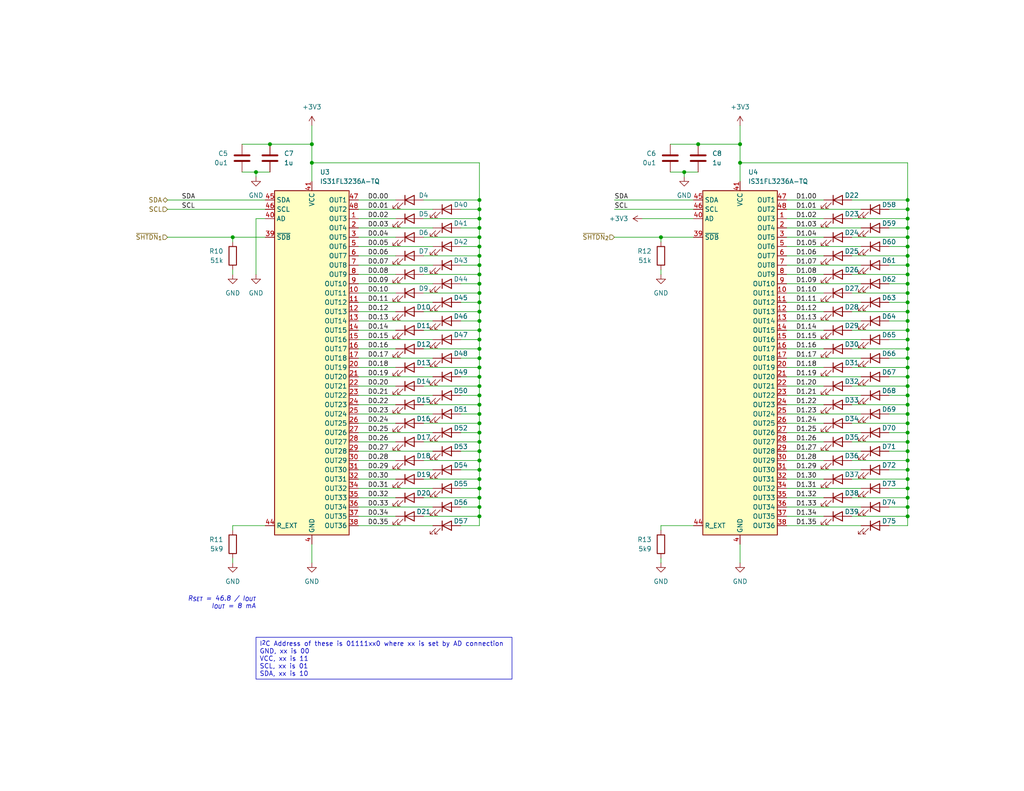
<source format=kicad_sch>
(kicad_sch (version 20230121) (generator eeschema)
  (paper "USLetter")
  (title_block (title "White LED Driving") (date "2024-02-19") (rev "0.2") (company "Savo Bajic"))
  (lib_symbols
    (symbol "Device:C" (pin_numbers hide) (pin_names (offset 0.254))
      (property "Reference" "C" (at 0.635 2.54 0))
      (property "Value" "C" (at 0.635 -2.54 0))
      (symbol "C_0_1"
        (polyline (pts (xy -2.032 -0.762) (xy 2.032 -0.762)) (stroke (width 0.508)))
        (polyline (pts (xy -2.032 0.762) (xy 2.032 0.762)) (stroke (width 0.508)))
      )
      (symbol "C_1_1"
        (pin passive line (at 0 3.81 270) (length 2.794) (name "~") (number "1"))
        (pin passive line (at 0 -3.81 90) (length 2.794) (name "~") (number "2"))
      )
    )
    (symbol "Device:LED" (pin_numbers hide) (pin_names (offset 1.016) hide)
      (property "Reference" "D" (at 0 2.54 0))
      (property "Value" "LED" (at 0 -2.54 0))
      (symbol "LED_0_1"
        (polyline (pts (xy -1.27 -1.27) (xy -1.27 1.27)) (stroke (width 0.254)))
        (polyline (pts (xy -1.27 0) (xy 1.27 0)))
        (polyline (pts (xy 1.27 -1.27) (xy 1.27 1.27) (xy -1.27 0) (xy 1.27 -1.27)) (stroke (width 0.254)))
        (polyline (pts (xy -3.048 -0.762) (xy -4.572 -2.286) (xy -3.81 -2.286) (xy -4.572 -2.286) (xy -4.572 -1.524)))
        (polyline (pts (xy -1.778 -0.762) (xy -3.302 -2.286) (xy -2.54 -2.286) (xy -3.302 -2.286) (xy -3.302 -1.524)))
      )
      (symbol "LED_1_1"
        (pin passive line (at -3.81 0 0) (length 2.54) (name "K") (number "1"))
        (pin passive line (at 3.81 0 180) (length 2.54) (name "A") (number "2"))
      )
    )
    (symbol "Device:R" (pin_numbers hide) (pin_names (offset 0))
      (property "Reference" "R" (at 2.032 0 90))
      (property "Value" "R" (at 0 0 90))
      (symbol "R_0_1"
        (rectangle (start -1.016 -2.54) (end 1.016 2.54) (stroke (width 0.254)))
      )
      (symbol "R_1_1"
        (pin passive line (at 0 3.81 270) (length 1.27) (name "~") (number "1"))
        (pin passive line (at 0 -3.81 90) (length 1.27) (name "~") (number "2"))
      )
    )
    (symbol "Driver_LED:IS31FL3236-TQ"
      (property "Reference" "U" (at -8.89 46.99 0))
      (property "Value" "IS31FL3236-TQ" (at 10.16 46.99 0))
      (symbol "IS31FL3236-TQ_0_1"
        (rectangle (start -10.16 45.72) (end 10.16 -48.26) (stroke (width 0.254)) (fill (type background)))
      )
      (symbol "IS31FL3236-TQ_1_1"
        (pin output line (at 12.7 38.1 180) (length 2.54) (name "OUT3") (number "1"))
        (pin output line (at 12.7 17.78 180) (length 2.54) (name "OUT11") (number "10"))
        (pin output line (at 12.7 15.24 180) (length 2.54) (name "OUT12") (number "11"))
        (pin output line (at 12.7 12.7 180) (length 2.54) (name "OUT13") (number "12"))
        (pin output line (at 12.7 10.16 180) (length 2.54) (name "OUT14") (number "13"))
        (pin output line (at 12.7 7.62 180) (length 2.54) (name "OUT15") (number "14"))
        (pin output line (at 12.7 5.08 180) (length 2.54) (name "OUT16") (number "15"))
        (pin output line (at 12.7 2.54 180) (length 2.54) (name "OUT17") (number "16"))
        (pin output line (at 12.7 0 180) (length 2.54) (name "OUT18") (number "17"))
        (pin passive line (at 0 -50.8 90) (length 2.54) hide (name "GND") (number "18"))
        (pin passive line (at 0 -50.8 90) (length 2.54) hide (name "GND") (number "19"))
        (pin output line (at 12.7 35.56 180) (length 2.54) (name "OUT4") (number "2"))
        (pin output line (at 12.7 -2.54 180) (length 2.54) (name "OUT19") (number "20"))
        (pin output line (at 12.7 -5.08 180) (length 2.54) (name "OUT20") (number "21"))
        (pin output line (at 12.7 -7.62 180) (length 2.54) (name "OUT21") (number "22"))
        (pin output line (at 12.7 -10.16 180) (length 2.54) (name "OUT22") (number "23"))
        (pin output line (at 12.7 -12.7 180) (length 2.54) (name "OUT23") (number "24"))
        (pin output line (at 12.7 -15.24 180) (length 2.54) (name "OUT24") (number "25"))
        (pin output line (at 12.7 -17.78 180) (length 2.54) (name "OUT25") (number "26"))
        (pin output line (at 12.7 -20.32 180) (length 2.54) (name "OUT26") (number "27"))
        (pin output line (at 12.7 -22.86 180) (length 2.54) (name "OUT27") (number "28"))
        (pin output line (at 12.7 -25.4 180) (length 2.54) (name "OUT28") (number "29"))
        (pin output line (at 12.7 33.02 180) (length 2.54) (name "OUT5") (number "3"))
        (pin output line (at 12.7 -27.94 180) (length 2.54) (name "OUT29") (number "30"))
        (pin output line (at 12.7 -30.48 180) (length 2.54) (name "OUT30") (number "31"))
        (pin output line (at 12.7 -33.02 180) (length 2.54) (name "OUT31") (number "32"))
        (pin passive line (at 0 -50.8 90) (length 2.54) hide (name "GND") (number "33"))
        (pin output line (at 12.7 -35.56 180) (length 2.54) (name "OUT32") (number "34"))
        (pin output line (at 12.7 -38.1 180) (length 2.54) (name "OUT33") (number "35"))
        (pin output line (at 12.7 -40.64 180) (length 2.54) (name "OUT34") (number "36"))
        (pin output line (at 12.7 -43.18 180) (length 2.54) (name "OUT35") (number "37"))
        (pin output line (at 12.7 -45.72 180) (length 2.54) (name "OUT36") (number "38"))
        (pin input line (at -12.7 33.02 0) (length 2.54) (name "~{SDB}") (number "39"))
        (pin power_in line (at 0 -50.8 90) (length 2.54) (name "GND") (number "4"))
        (pin input line (at -12.7 38.1 0) (length 2.54) (name "AD") (number "40"))
        (pin power_in line (at 0 48.26 270) (length 2.54) (name "VCC") (number "41"))
        (pin passive line (at 0 -50.8 90) (length 2.54) hide (name "GND") (number "42"))
        (pin passive line (at 0 -50.8 90) (length 2.54) hide (name "GND") (number "43"))
        (pin passive line (at -12.7 -45.72 0) (length 2.54) (name "R_EXT") (number "44"))
        (pin open_collector line (at -12.7 43.18 0) (length 2.54) (name "SDA") (number "45"))
        (pin input line (at -12.7 40.64 0) (length 2.54) (name "SCL") (number "46"))
        (pin output line (at 12.7 43.18 180) (length 2.54) (name "OUT1") (number "47"))
        (pin output line (at 12.7 40.64 180) (length 2.54) (name "OUT2") (number "48"))
        (pin passive line (at 0 -50.8 90) (length 2.54) hide (name "GND") (number "49"))
        (pin output line (at 12.7 30.48 180) (length 2.54) (name "OUT6") (number "5"))
        (pin output line (at 12.7 27.94 180) (length 2.54) (name "OUT7") (number "6"))
        (pin output line (at 12.7 25.4 180) (length 2.54) (name "OUT8") (number "7"))
        (pin output line (at 12.7 22.86 180) (length 2.54) (name "OUT9") (number "8"))
        (pin output line (at 12.7 20.32 180) (length 2.54) (name "OUT10") (number "9"))
      )
    )
    (symbol "power:+3V3" (power) (pin_names (offset 0))
      (property "Value" "+3V3" (at 0 3.556 0))
      (symbol "+3V3_0_1"
        (polyline (pts (xy -0.762 1.27) (xy 0 2.54)))
        (polyline (pts (xy 0 0) (xy 0 2.54)))
        (polyline (pts (xy 0 2.54) (xy 0.762 1.27)))
      )
      (symbol "+3V3_1_1"
        (pin power_in line (at 0 0 90) (length 0) hide (name "+3V3") (number "1"))
      )
    )
    (symbol "power:GND" (power) (pin_names (offset 0))
      (property "Value" "GND" (at 0 -3.81 0))
      (symbol "GND_0_1"
        (polyline (pts (xy 0 0) (xy 0 -1.27) (xy 1.27 -1.27) (xy 0 -2.54) (xy -1.27 -1.27) (xy 0 -1.27)))
      )
      (symbol "GND_1_1"
        (pin power_in line (at 0 0 270) (length 0) hide (name "GND") (number "1"))
      )
    )
  )
  (junction (at 130.81 69.85))
  (junction (at 247.65 102.87))
  (junction (at 130.81 133.35))
  (junction (at 130.81 54.61))
  (junction (at 130.81 125.73))
  (junction (at 190.5 39.37))
  (junction (at 247.65 140.97))
  (junction (at 201.93 44.45))
  (junction (at 130.81 97.79))
  (junction (at 247.65 54.61))
  (junction (at 247.65 62.23))
  (junction (at 247.65 100.33))
  (junction (at 69.85 46.99))
  (junction (at 247.65 72.39))
  (junction (at 130.81 120.65))
  (junction (at 247.65 97.79))
  (junction (at 247.65 123.19))
  (junction (at 85.09 44.45))
  (junction (at 247.65 138.43))
  (junction (at 247.65 74.93))
  (junction (at 73.66 39.37))
  (junction (at 130.81 107.95))
  (junction (at 247.65 69.85))
  (junction (at 180.34 64.77))
  (junction (at 130.81 82.55))
  (junction (at 247.65 67.31))
  (junction (at 201.93 39.37))
  (junction (at 85.09 39.37))
  (junction (at 247.65 125.73))
  (junction (at 247.65 95.25))
  (junction (at 130.81 113.03))
  (junction (at 130.81 95.25))
  (junction (at 247.65 128.27))
  (junction (at 247.65 57.15))
  (junction (at 247.65 59.69))
  (junction (at 130.81 110.49))
  (junction (at 130.81 87.63))
  (junction (at 247.65 85.09))
  (junction (at 130.81 92.71))
  (junction (at 130.81 138.43))
  (junction (at 130.81 85.09))
  (junction (at 63.5 64.77))
  (junction (at 247.65 110.49))
  (junction (at 247.65 113.03))
  (junction (at 247.65 80.01))
  (junction (at 130.81 59.69))
  (junction (at 247.65 130.81))
  (junction (at 247.65 115.57))
  (junction (at 130.81 64.77))
  (junction (at 130.81 67.31))
  (junction (at 130.81 102.87))
  (junction (at 130.81 72.39))
  (junction (at 247.65 118.11))
  (junction (at 130.81 100.33))
  (junction (at 130.81 105.41))
  (junction (at 130.81 140.97))
  (junction (at 247.65 105.41))
  (junction (at 130.81 118.11))
  (junction (at 247.65 107.95))
  (junction (at 130.81 130.81))
  (junction (at 130.81 74.93))
  (junction (at 247.65 120.65))
  (junction (at 130.81 80.01))
  (junction (at 130.81 57.15))
  (junction (at 247.65 92.71))
  (junction (at 247.65 87.63))
  (junction (at 186.69 46.99))
  (junction (at 130.81 62.23))
  (junction (at 130.81 77.47))
  (junction (at 247.65 135.89))
  (junction (at 130.81 123.19))
  (junction (at 130.81 135.89))
  (junction (at 130.81 128.27))
  (junction (at 130.81 115.57))
  (junction (at 247.65 82.55))
  (junction (at 247.65 90.17))
  (junction (at 130.81 90.17))
  (junction (at 247.65 64.77))
  (junction (at 247.65 133.35))
  (junction (at 247.65 77.47))
  (wire (pts (xy 130.81 125.73) (xy 130.81 128.27)))
  (wire (pts (xy 130.81 133.35) (xy 130.81 135.89)))
  (wire (pts (xy 247.65 110.49) (xy 247.65 113.03)))
  (wire (pts (xy 247.65 118.11) (xy 247.65 120.65)))
  (wire (pts (xy 125.73 118.11) (xy 130.81 118.11)))
  (wire (pts (xy 247.65 113.03) (xy 247.65 115.57)))
  (wire (pts (xy 125.73 123.19) (xy 130.81 123.19)))
  (wire (pts (xy 247.65 130.81) (xy 232.41 130.81)))
  (wire (pts (xy 125.73 92.71) (xy 130.81 92.71)))
  (wire (pts (xy 125.73 87.63) (xy 130.81 87.63)))
  (wire (pts (xy 130.81 135.89) (xy 130.81 138.43)))
  (wire (pts (xy 214.63 64.77) (xy 224.79 64.77)))
  (wire (pts (xy 97.79 113.03) (xy 118.11 113.03)))
  (wire (pts (xy 130.81 62.23) (xy 130.81 64.77)))
  (wire (pts (xy 130.81 140.97) (xy 130.81 143.51)))
  (wire (pts (xy 214.63 110.49) (xy 224.79 110.49)))
  (wire (pts (xy 97.79 120.65) (xy 107.95 120.65)))
  (wire (pts (xy 130.81 59.69) (xy 130.81 62.23)))
  (wire (pts (xy 130.81 113.03) (xy 130.81 115.57)))
  (wire (pts (xy 214.63 115.57) (xy 224.79 115.57)))
  (wire (pts (xy 247.65 54.61) (xy 232.41 54.61)))
  (wire (pts (xy 247.65 90.17) (xy 247.65 92.71)))
  (wire (pts (xy 130.81 57.15) (xy 130.81 59.69)))
  (wire (pts (xy 130.81 110.49) (xy 115.57 110.49)))
  (wire (pts (xy 125.73 62.23) (xy 130.81 62.23)))
  (wire (pts (xy 242.57 123.19) (xy 247.65 123.19)))
  (wire (pts (xy 247.65 54.61) (xy 247.65 57.15)))
  (wire (pts (xy 242.57 128.27) (xy 247.65 128.27)))
  (wire (pts (xy 214.63 143.51) (xy 234.95 143.51)))
  (wire (pts (xy 214.63 59.69) (xy 224.79 59.69)))
  (wire (pts (xy 125.73 143.51) (xy 130.81 143.51)))
  (wire (pts (xy 242.57 118.11) (xy 247.65 118.11)))
  (wire (pts (xy 97.79 62.23) (xy 118.11 62.23)))
  (wire (pts (xy 130.81 87.63) (xy 130.81 90.17)))
  (wire (pts (xy 247.65 77.47) (xy 247.65 80.01)))
  (wire (pts (xy 130.81 72.39) (xy 130.81 74.93)))
  (wire (pts (xy 247.65 128.27) (xy 247.65 130.81)))
  (wire (pts (xy 247.65 140.97) (xy 232.41 140.97)))
  (wire (pts (xy 45.72 54.61) (xy 72.39 54.61)))
  (wire (pts (xy 242.57 113.03) (xy 247.65 113.03)))
  (wire (pts (xy 247.65 105.41) (xy 247.65 107.95)))
  (wire (pts (xy 214.63 90.17) (xy 224.79 90.17)))
  (wire (pts (xy 130.81 85.09) (xy 115.57 85.09)))
  (wire (pts (xy 247.65 44.45) (xy 201.93 44.45)))
  (wire (pts (xy 247.65 85.09) (xy 232.41 85.09)))
  (wire (pts (xy 130.81 100.33) (xy 130.81 102.87)))
  (wire (pts (xy 66.04 39.37) (xy 73.66 39.37)))
  (wire (pts (xy 180.34 143.51) (xy 189.23 143.51)))
  (wire (pts (xy 97.79 135.89) (xy 107.95 135.89)))
  (wire (pts (xy 73.66 39.37) (xy 85.09 39.37)))
  (wire (pts (xy 45.72 64.77) (xy 63.5 64.77)))
  (wire (pts (xy 186.69 46.99) (xy 186.69 48.26)))
  (wire (pts (xy 214.63 138.43) (xy 234.95 138.43)))
  (wire (pts (xy 247.65 59.69) (xy 232.41 59.69)))
  (wire (pts (xy 125.73 97.79) (xy 130.81 97.79)))
  (wire (pts (xy 247.65 59.69) (xy 247.65 62.23)))
  (wire (pts (xy 97.79 90.17) (xy 107.95 90.17)))
  (wire (pts (xy 182.88 46.99) (xy 186.69 46.99)))
  (wire (pts (xy 85.09 34.29) (xy 85.09 39.37)))
  (wire (pts (xy 130.81 120.65) (xy 115.57 120.65)))
  (wire (pts (xy 247.65 57.15) (xy 247.65 59.69)))
  (wire (pts (xy 247.65 125.73) (xy 247.65 128.27)))
  (wire (pts (xy 97.79 123.19) (xy 118.11 123.19)))
  (wire (pts (xy 97.79 140.97) (xy 107.95 140.97)))
  (wire (pts (xy 125.73 57.15) (xy 130.81 57.15)))
  (wire (pts (xy 247.65 130.81) (xy 247.65 133.35)))
  (wire (pts (xy 130.81 118.11) (xy 130.81 120.65)))
  (wire (pts (xy 130.81 69.85) (xy 130.81 72.39)))
  (wire (pts (xy 214.63 77.47) (xy 234.95 77.47)))
  (wire (pts (xy 167.64 57.15) (xy 189.23 57.15)))
  (wire (pts (xy 214.63 120.65) (xy 224.79 120.65)))
  (wire (pts (xy 247.65 44.45) (xy 247.65 54.61)))
  (wire (pts (xy 130.81 74.93) (xy 115.57 74.93)))
  (wire (pts (xy 97.79 64.77) (xy 107.95 64.77)))
  (wire (pts (xy 214.63 105.41) (xy 224.79 105.41)))
  (wire (pts (xy 214.63 95.25) (xy 224.79 95.25)))
  (wire (pts (xy 247.65 115.57) (xy 247.65 118.11)))
  (wire (pts (xy 180.34 152.4) (xy 180.34 153.67)))
  (wire (pts (xy 214.63 72.39) (xy 234.95 72.39)))
  (wire (pts (xy 130.81 125.73) (xy 115.57 125.73)))
  (wire (pts (xy 242.57 57.15) (xy 247.65 57.15)))
  (wire (pts (xy 85.09 44.45) (xy 85.09 49.53)))
  (wire (pts (xy 180.34 73.66) (xy 180.34 74.93)))
  (wire (pts (xy 130.81 64.77) (xy 115.57 64.77)))
  (wire (pts (xy 242.57 97.79) (xy 247.65 97.79)))
  (wire (pts (xy 97.79 77.47) (xy 118.11 77.47)))
  (wire (pts (xy 130.81 44.45) (xy 130.81 54.61)))
  (wire (pts (xy 130.81 80.01) (xy 115.57 80.01)))
  (wire (pts (xy 214.63 130.81) (xy 224.79 130.81)))
  (wire (pts (xy 201.93 148.59) (xy 201.93 153.67)))
  (wire (pts (xy 247.65 90.17) (xy 232.41 90.17)))
  (wire (pts (xy 247.65 120.65) (xy 232.41 120.65)))
  (wire (pts (xy 130.81 85.09) (xy 130.81 87.63)))
  (wire (pts (xy 85.09 39.37) (xy 85.09 44.45)))
  (wire (pts (xy 214.63 67.31) (xy 234.95 67.31)))
  (wire (pts (xy 130.81 54.61) (xy 130.81 57.15)))
  (wire (pts (xy 214.63 85.09) (xy 224.79 85.09)))
  (wire (pts (xy 97.79 54.61) (xy 107.95 54.61)))
  (wire (pts (xy 214.63 107.95) (xy 234.95 107.95)))
  (wire (pts (xy 242.57 138.43) (xy 247.65 138.43)))
  (wire (pts (xy 97.79 105.41) (xy 107.95 105.41)))
  (wire (pts (xy 125.73 128.27) (xy 130.81 128.27)))
  (wire (pts (xy 247.65 138.43) (xy 247.65 140.97)))
  (wire (pts (xy 214.63 102.87) (xy 234.95 102.87)))
  (wire (pts (xy 201.93 34.29) (xy 201.93 39.37)))
  (wire (pts (xy 247.65 115.57) (xy 232.41 115.57)))
  (wire (pts (xy 242.57 62.23) (xy 247.65 62.23)))
  (wire (pts (xy 247.65 64.77) (xy 232.41 64.77)))
  (wire (pts (xy 247.65 133.35) (xy 247.65 135.89)))
  (wire (pts (xy 97.79 87.63) (xy 118.11 87.63)))
  (wire (pts (xy 180.34 64.77) (xy 189.23 64.77)))
  (wire (pts (xy 214.63 74.93) (xy 224.79 74.93)))
  (wire (pts (xy 130.81 54.61) (xy 115.57 54.61)))
  (wire (pts (xy 97.79 102.87) (xy 118.11 102.87)))
  (wire (pts (xy 97.79 110.49) (xy 107.95 110.49)))
  (wire (pts (xy 97.79 57.15) (xy 118.11 57.15)))
  (wire (pts (xy 214.63 113.03) (xy 234.95 113.03)))
  (wire (pts (xy 97.79 85.09) (xy 107.95 85.09)))
  (wire (pts (xy 247.65 107.95) (xy 247.65 110.49)))
  (wire (pts (xy 214.63 57.15) (xy 234.95 57.15)))
  (wire (pts (xy 242.57 72.39) (xy 247.65 72.39)))
  (wire (pts (xy 72.39 59.69) (xy 69.85 59.69)))
  (wire (pts (xy 247.65 100.33) (xy 232.41 100.33)))
  (wire (pts (xy 130.81 128.27) (xy 130.81 130.81)))
  (wire (pts (xy 247.65 100.33) (xy 247.65 102.87)))
  (wire (pts (xy 214.63 87.63) (xy 234.95 87.63)))
  (wire (pts (xy 130.81 77.47) (xy 130.81 80.01)))
  (wire (pts (xy 214.63 97.79) (xy 234.95 97.79)))
  (wire (pts (xy 130.81 59.69) (xy 115.57 59.69)))
  (wire (pts (xy 130.81 92.71) (xy 130.81 95.25)))
  (wire (pts (xy 214.63 125.73) (xy 224.79 125.73)))
  (wire (pts (xy 97.79 80.01) (xy 107.95 80.01)))
  (wire (pts (xy 242.57 67.31) (xy 247.65 67.31)))
  (wire (pts (xy 130.81 135.89) (xy 115.57 135.89)))
  (wire (pts (xy 66.04 46.99) (xy 69.85 46.99)))
  (wire (pts (xy 242.57 92.71) (xy 247.65 92.71)))
  (wire (pts (xy 97.79 118.11) (xy 118.11 118.11)))
  (wire (pts (xy 130.81 105.41) (xy 130.81 107.95)))
  (wire (pts (xy 45.72 57.15) (xy 72.39 57.15)))
  (wire (pts (xy 247.65 82.55) (xy 247.65 85.09)))
  (wire (pts (xy 214.63 135.89) (xy 224.79 135.89)))
  (wire (pts (xy 242.57 143.51) (xy 247.65 143.51)))
  (wire (pts (xy 130.81 107.95) (xy 130.81 110.49)))
  (wire (pts (xy 247.65 110.49) (xy 232.41 110.49)))
  (wire (pts (xy 63.5 64.77) (xy 63.5 66.04)))
  (wire (pts (xy 242.57 133.35) (xy 247.65 133.35)))
  (wire (pts (xy 97.79 72.39) (xy 118.11 72.39)))
  (wire (pts (xy 130.81 138.43) (xy 130.81 140.97)))
  (wire (pts (xy 125.73 138.43) (xy 130.81 138.43)))
  (wire (pts (xy 130.81 64.77) (xy 130.81 67.31)))
  (wire (pts (xy 242.57 87.63) (xy 247.65 87.63)))
  (wire (pts (xy 242.57 77.47) (xy 247.65 77.47)))
  (wire (pts (xy 247.65 85.09) (xy 247.65 87.63)))
  (wire (pts (xy 214.63 80.01) (xy 224.79 80.01)))
  (wire (pts (xy 247.65 80.01) (xy 247.65 82.55)))
  (wire (pts (xy 69.85 46.99) (xy 73.66 46.99)))
  (wire (pts (xy 130.81 105.41) (xy 115.57 105.41)))
  (wire (pts (xy 130.81 80.01) (xy 130.81 82.55)))
  (wire (pts (xy 125.73 72.39) (xy 130.81 72.39)))
  (wire (pts (xy 247.65 92.71) (xy 247.65 95.25)))
  (wire (pts (xy 186.69 46.99) (xy 190.5 46.99)))
  (wire (pts (xy 130.81 44.45) (xy 85.09 44.45)))
  (wire (pts (xy 247.65 80.01) (xy 232.41 80.01)))
  (wire (pts (xy 125.73 102.87) (xy 130.81 102.87)))
  (wire (pts (xy 214.63 69.85) (xy 224.79 69.85)))
  (wire (pts (xy 214.63 123.19) (xy 234.95 123.19)))
  (wire (pts (xy 167.64 64.77) (xy 180.34 64.77)))
  (wire (pts (xy 247.65 74.93) (xy 247.65 77.47)))
  (wire (pts (xy 97.79 143.51) (xy 118.11 143.51)))
  (wire (pts (xy 97.79 95.25) (xy 107.95 95.25)))
  (wire (pts (xy 247.65 95.25) (xy 247.65 97.79)))
  (wire (pts (xy 97.79 74.93) (xy 107.95 74.93)))
  (wire (pts (xy 130.81 82.55) (xy 130.81 85.09)))
  (wire (pts (xy 130.81 115.57) (xy 115.57 115.57)))
  (wire (pts (xy 180.34 64.77) (xy 180.34 66.04)))
  (wire (pts (xy 182.88 39.37) (xy 190.5 39.37)))
  (wire (pts (xy 247.65 67.31) (xy 247.65 69.85)))
  (wire (pts (xy 63.5 73.66) (xy 63.5 74.93)))
  (wire (pts (xy 97.79 92.71) (xy 118.11 92.71)))
  (wire (pts (xy 130.81 90.17) (xy 115.57 90.17)))
  (wire (pts (xy 214.63 118.11) (xy 234.95 118.11)))
  (wire (pts (xy 97.79 130.81) (xy 107.95 130.81)))
  (wire (pts (xy 247.65 135.89) (xy 232.41 135.89)))
  (wire (pts (xy 69.85 46.99) (xy 69.85 48.26)))
  (wire (pts (xy 125.73 67.31) (xy 130.81 67.31)))
  (wire (pts (xy 125.73 133.35) (xy 130.81 133.35)))
  (wire (pts (xy 130.81 97.79) (xy 130.81 100.33)))
  (wire (pts (xy 130.81 74.93) (xy 130.81 77.47)))
  (wire (pts (xy 130.81 95.25) (xy 130.81 97.79)))
  (wire (pts (xy 247.65 72.39) (xy 247.65 74.93)))
  (wire (pts (xy 247.65 140.97) (xy 247.65 143.51)))
  (wire (pts (xy 130.81 102.87) (xy 130.81 105.41)))
  (wire (pts (xy 130.81 115.57) (xy 130.81 118.11)))
  (wire (pts (xy 97.79 115.57) (xy 107.95 115.57)))
  (wire (pts (xy 214.63 100.33) (xy 224.79 100.33)))
  (wire (pts (xy 97.79 67.31) (xy 118.11 67.31)))
  (wire (pts (xy 180.34 144.78) (xy 180.34 143.51)))
  (wire (pts (xy 97.79 59.69) (xy 107.95 59.69)))
  (wire (pts (xy 247.65 102.87) (xy 247.65 105.41)))
  (wire (pts (xy 97.79 82.55) (xy 118.11 82.55)))
  (wire (pts (xy 85.09 148.59) (xy 85.09 153.67)))
  (wire (pts (xy 214.63 92.71) (xy 234.95 92.71)))
  (wire (pts (xy 97.79 100.33) (xy 107.95 100.33)))
  (wire (pts (xy 167.64 54.61) (xy 189.23 54.61)))
  (wire (pts (xy 247.65 97.79) (xy 247.65 100.33)))
  (wire (pts (xy 242.57 82.55) (xy 247.65 82.55)))
  (wire (pts (xy 130.81 140.97) (xy 115.57 140.97)))
  (wire (pts (xy 247.65 87.63) (xy 247.65 90.17)))
  (wire (pts (xy 247.65 135.89) (xy 247.65 138.43)))
  (wire (pts (xy 247.65 125.73) (xy 232.41 125.73)))
  (wire (pts (xy 130.81 123.19) (xy 130.81 125.73)))
  (wire (pts (xy 247.65 105.41) (xy 232.41 105.41)))
  (wire (pts (xy 214.63 133.35) (xy 234.95 133.35)))
  (wire (pts (xy 201.93 44.45) (xy 201.93 49.53)))
  (wire (pts (xy 242.57 107.95) (xy 247.65 107.95)))
  (wire (pts (xy 130.81 67.31) (xy 130.81 69.85)))
  (wire (pts (xy 130.81 90.17) (xy 130.81 92.71)))
  (wire (pts (xy 130.81 69.85) (xy 115.57 69.85)))
  (wire (pts (xy 214.63 82.55) (xy 234.95 82.55)))
  (wire (pts (xy 97.79 97.79) (xy 118.11 97.79)))
  (wire (pts (xy 97.79 107.95) (xy 118.11 107.95)))
  (wire (pts (xy 247.65 120.65) (xy 247.65 123.19)))
  (wire (pts (xy 97.79 128.27) (xy 118.11 128.27)))
  (wire (pts (xy 97.79 138.43) (xy 118.11 138.43)))
  (wire (pts (xy 63.5 143.51) (xy 72.39 143.51)))
  (wire (pts (xy 125.73 77.47) (xy 130.81 77.47)))
  (wire (pts (xy 214.63 128.27) (xy 234.95 128.27)))
  (wire (pts (xy 247.65 62.23) (xy 247.65 64.77)))
  (wire (pts (xy 130.81 110.49) (xy 130.81 113.03)))
  (wire (pts (xy 63.5 144.78) (xy 63.5 143.51)))
  (wire (pts (xy 97.79 133.35) (xy 118.11 133.35)))
  (wire (pts (xy 247.65 69.85) (xy 247.65 72.39)))
  (wire (pts (xy 201.93 39.37) (xy 201.93 44.45)))
  (wire (pts (xy 190.5 39.37) (xy 201.93 39.37)))
  (wire (pts (xy 247.65 123.19) (xy 247.65 125.73)))
  (wire (pts (xy 247.65 69.85) (xy 232.41 69.85)))
  (wire (pts (xy 242.57 102.87) (xy 247.65 102.87)))
  (wire (pts (xy 189.23 59.69) (xy 175.26 59.69)))
  (wire (pts (xy 130.81 120.65) (xy 130.81 123.19)))
  (wire (pts (xy 214.63 140.97) (xy 224.79 140.97)))
  (wire (pts (xy 130.81 130.81) (xy 115.57 130.81)))
  (wire (pts (xy 63.5 64.77) (xy 72.39 64.77)))
  (wire (pts (xy 247.65 95.25) (xy 232.41 95.25)))
  (wire (pts (xy 125.73 113.03) (xy 130.81 113.03)))
  (wire (pts (xy 125.73 82.55) (xy 130.81 82.55)))
  (wire (pts (xy 125.73 107.95) (xy 130.81 107.95)))
  (wire (pts (xy 214.63 54.61) (xy 224.79 54.61)))
  (wire (pts (xy 130.81 95.25) (xy 115.57 95.25)))
  (wire (pts (xy 247.65 74.93) (xy 232.41 74.93)))
  (wire (pts (xy 130.81 130.81) (xy 130.81 133.35)))
  (wire (pts (xy 214.63 62.23) (xy 234.95 62.23)))
  (wire (pts (xy 130.81 100.33) (xy 115.57 100.33)))
  (wire (pts (xy 69.85 59.69) (xy 69.85 74.93)))
  (wire (pts (xy 97.79 125.73) (xy 107.95 125.73)))
  (wire (pts (xy 247.65 64.77) (xy 247.65 67.31)))
  (wire (pts (xy 97.79 69.85) (xy 107.95 69.85)))
  (wire (pts (xy 63.5 152.4) (xy 63.5 153.67)))
  (text_box "I^{2}C Address of these is 01111xx0 where xx is set by AD connection\nGND, xx is 00\nVCC, xx is 11\nSCL, xx is 01\nSDA, xx is 10" (at 69.85 173.99 0) (size 69.85 11.43) (effects (font (size 1.27 1.27)) (justify left top)))
  (text "R_{SET} = 46.8 / I_{OUT}\nI_{OUT} = 8 mA" (at 69.85 166.37 0) (effects (font (size 1.27 1.27) italic) (justify right bottom)))
  (label "D0.33" (at 100.33 138.43 0))
  (label "D0.24" (at 100.33 115.57 0))
  (label "D0.10" (at 100.33 80.01 0))
  (label "D1.00" (at 217.17 54.61 0))
  (label "D0.21" (at 100.33 107.95 0))
  (label "D1.16" (at 217.17 95.25 0))
  (label "D1.07" (at 217.17 72.39 0))
  (label "D1.06" (at 217.17 69.85 0))
  (label "D1.33" (at 217.17 138.43 0))
  (label "D1.20" (at 217.17 105.41 0))
  (label "D1.04" (at 217.17 64.77 0))
  (label "D1.18" (at 217.17 100.33 0))
  (label "D0.11" (at 100.33 82.55 0))
  (label "D0.13" (at 100.33 87.63 0))
  (label "D0.02" (at 100.33 59.69 0))
  (label "SCL" (at 167.64 57.15 0))
  (label "D1.34" (at 217.17 140.97 0))
  (label "D1.15" (at 217.17 92.71 0))
  (label "D1.28" (at 217.17 125.73 0))
  (label "D0.14" (at 100.33 90.17 0))
  (label "D0.20" (at 100.33 105.41 0))
  (label "D1.21" (at 217.17 107.95 0))
  (label "D1.29" (at 217.17 128.27 0))
  (label "D1.09" (at 217.17 77.47 0))
  (label "D0.27" (at 100.33 123.19 0))
  (label "D1.19" (at 217.17 102.87 0))
  (label "D0.07" (at 100.33 72.39 0))
  (label "D0.22" (at 100.33 110.49 0))
  (label "D0.04" (at 100.33 64.77 0))
  (label "D1.25" (at 217.17 118.11 0))
  (label "SDA" (at 49.53 54.61 0))
  (label "D1.22" (at 217.17 110.49 0))
  (label "D1.13" (at 217.17 87.63 0))
  (label "D0.28" (at 100.33 125.73 0))
  (label "D0.30" (at 100.33 130.81 0))
  (label "D1.03" (at 217.17 62.23 0))
  (label "D0.23" (at 100.33 113.03 0))
  (label "D0.09" (at 100.33 77.47 0))
  (label "D0.26" (at 100.33 120.65 0))
  (label "D0.16" (at 100.33 95.25 0))
  (label "D1.14" (at 217.17 90.17 0))
  (label "D1.02" (at 217.17 59.69 0))
  (label "D0.00" (at 100.33 54.61 0))
  (label "D1.10" (at 217.17 80.01 0))
  (label "D0.25" (at 100.33 118.11 0))
  (label "D0.35" (at 100.33 143.51 0))
  (label "D1.30" (at 217.17 130.81 0))
  (label "D0.06" (at 100.33 69.85 0))
  (label "D0.17" (at 100.33 97.79 0))
  (label "D0.01" (at 100.33 57.15 0))
  (label "D1.23" (at 217.17 113.03 0))
  (label "SCL" (at 49.53 57.15 0))
  (label "D0.12" (at 100.33 85.09 0))
  (label "D1.17" (at 217.17 97.79 0))
  (label "D1.11" (at 217.17 82.55 0))
  (label "D0.29" (at 100.33 128.27 0))
  (label "D1.35" (at 217.17 143.51 0))
  (label "D1.01" (at 217.17 57.15 0))
  (label "D1.26" (at 217.17 120.65 0))
  (label "D0.19" (at 100.33 102.87 0))
  (label "D0.15" (at 100.33 92.71 0))
  (label "D1.24" (at 217.17 115.57 0))
  (label "D1.05" (at 217.17 67.31 0))
  (label "D1.32" (at 217.17 135.89 0))
  (label "D0.18" (at 100.33 100.33 0))
  (label "D0.03" (at 100.33 62.23 0))
  (label "D0.32" (at 100.33 135.89 0))
  (label "D0.05" (at 100.33 67.31 0))
  (label "D1.27" (at 217.17 123.19 0))
  (label "D1.08" (at 217.17 74.93 0))
  (label "D1.12" (at 217.17 85.09 0))
  (label "SDA" (at 167.64 54.61 0))
  (label "D0.08" (at 100.33 74.93 0))
  (label "D0.31" (at 100.33 133.35 0))
  (label "D0.34" (at 100.33 140.97 0))
  (label "D1.31" (at 217.17 133.35 0))
  (hierarchical_label "SDA" (shape bidirectional) (at 45.72 54.61 180))
  (hierarchical_label "~{SHTDN}_{1}" (shape input) (at 45.72 64.77 180))
  (hierarchical_label "SCL" (shape input) (at 45.72 57.15 180))
  (hierarchical_label "~{SHTDN}_{2}" (shape input) (at 167.64 64.77 180))
  (symbol (lib_id "power:+3V3") (at 201.93 34.29 0) (unit 1)
    (property "Reference" "#PWR029" (effects hide))
    (property "Value" "+3V3" (at 201.93 29.21 0))
  )
  (symbol (lib_id "Device:LED") (at 121.92 102.87 0) (unit 1)
    (property "Reference" "D49" (at 125.73 101.6 0))
    (property "Value" "LED" (effects hide))
    (property "Footprint" "Diode_SMD:D_1206_3216Metric" (effects hide))
  )
  (symbol (lib_id "Device:LED") (at 228.6 85.09 0) (unit 1)
    (property "Reference" "D28" (at 232.41 83.82 0))
    (property "Value" "LED" (effects hide))
    (property "Footprint" "Diode_SMD:D_0805_2012Metric" (effects hide))
  )
  (symbol (lib_id "Device:LED") (at 111.76 105.41 0) (unit 1)
    (property "Reference" "D14" (at 115.57 104.14 0))
    (property "Value" "LED" (effects hide))
    (property "Footprint" "Diode_SMD:D_0805_2012Metric" (effects hide))
  )
  (symbol (lib_id "Device:LED") (at 111.76 54.61 0) (unit 1)
    (property "Reference" "D4" (at 115.57 53.34 0))
    (property "Value" "LED" (effects hide))
    (property "Footprint" "Diode_SMD:D_0805_2012Metric" (effects hide))
  )
  (symbol (lib_id "Device:R") (at 63.5 69.85 0) (unit 1)
    (property "Reference" "R10" (at 60.96 68.58 0) (effects (justify right)))
    (property "Value" "51k" (at 60.96 71.12 0) (effects (justify right)))
    (property "Footprint" "Resistor_SMD:R_0603_1608Metric" (effects hide))
  )
  (symbol (lib_id "Device:LED") (at 121.92 82.55 0) (unit 1)
    (property "Reference" "D45" (at 125.73 81.28 0))
    (property "Value" "LED" (effects hide))
    (property "Footprint" "Diode_SMD:D_1206_3216Metric" (effects hide))
  )
  (symbol (lib_id "Device:R") (at 63.5 148.59 0) (mirror y) (unit 1)
    (property "Reference" "R11" (at 60.96 147.32 0) (effects (justify left)))
    (property "Value" "5k9" (at 60.96 149.86 0) (effects (justify left)))
    (property "Footprint" "Resistor_SMD:R_0603_1608Metric" (effects hide))
  )
  (symbol (lib_id "Device:C") (at 66.04 43.18 0) (mirror y) (unit 1)
    (property "Reference" "C5" (at 62.23 41.91 0) (effects (justify left)))
    (property "Value" "0u1" (at 62.23 44.45 0) (effects (justify left)))
    (property "Footprint" "Capacitor_SMD:C_0603_1608Metric" (effects hide))
  )
  (symbol (lib_id "Device:LED") (at 121.92 92.71 0) (unit 1)
    (property "Reference" "D47" (at 125.73 91.44 0))
    (property "Value" "LED" (effects hide))
    (property "Footprint" "Diode_SMD:D_1206_3216Metric" (effects hide))
  )
  (symbol (lib_id "Device:LED") (at 238.76 77.47 0) (unit 1)
    (property "Reference" "D62" (at 242.57 76.2 0))
    (property "Value" "LED" (effects hide))
    (property "Footprint" "Diode_SMD:D_1206_3216Metric" (effects hide))
  )
  (symbol (lib_id "Device:LED") (at 238.76 113.03 0) (unit 1)
    (property "Reference" "D69" (at 242.57 111.76 0))
    (property "Value" "LED" (effects hide))
    (property "Footprint" "Diode_SMD:D_1206_3216Metric" (effects hide))
  )
  (symbol (lib_id "Device:LED") (at 238.76 118.11 0) (unit 1)
    (property "Reference" "D70" (at 242.57 116.84 0))
    (property "Value" "LED" (effects hide))
    (property "Footprint" "Diode_SMD:D_1206_3216Metric" (effects hide))
  )
  (symbol (lib_id "Device:LED") (at 228.6 140.97 0) (unit 1)
    (property "Reference" "D39" (at 232.41 139.7 0))
    (property "Value" "LED" (effects hide))
    (property "Footprint" "Diode_SMD:D_0805_2012Metric" (effects hide))
  )
  (symbol (lib_id "power:GND") (at 63.5 74.93 0) (unit 1)
    (property "Reference" "#PWR020" (effects hide))
    (property "Value" "GND" (at 63.5 80.01 0))
  )
  (symbol (lib_id "Device:LED") (at 228.6 54.61 0) (unit 1)
    (property "Reference" "D22" (at 232.41 53.34 0))
    (property "Value" "LED" (effects hide))
    (property "Footprint" "Diode_SMD:D_0805_2012Metric" (effects hide))
  )
  (symbol (lib_id "Device:LED") (at 121.92 57.15 0) (unit 1)
    (property "Reference" "D40" (at 125.73 55.88 0))
    (property "Value" "LED" (effects hide))
    (property "Footprint" "Diode_SMD:D_1206_3216Metric" (effects hide))
  )
  (symbol (lib_id "Device:LED") (at 238.76 62.23 0) (unit 1)
    (property "Reference" "D59" (at 242.57 60.96 0))
    (property "Value" "LED" (effects hide))
    (property "Footprint" "Diode_SMD:D_1206_3216Metric" (effects hide))
  )
  (symbol (lib_id "Device:LED") (at 238.76 57.15 0) (unit 1)
    (property "Reference" "D58" (at 242.57 55.88 0))
    (property "Value" "LED" (effects hide))
    (property "Footprint" "Diode_SMD:D_1206_3216Metric" (effects hide))
  )
  (symbol (lib_id "Device:LED") (at 121.92 133.35 0) (unit 1)
    (property "Reference" "D55" (at 125.73 132.08 0))
    (property "Value" "LED" (effects hide))
    (property "Footprint" "Diode_SMD:D_1206_3216Metric" (effects hide))
  )
  (symbol (lib_id "Device:LED") (at 238.76 107.95 0) (unit 1)
    (property "Reference" "D68" (at 242.57 106.68 0))
    (property "Value" "LED" (effects hide))
    (property "Footprint" "Diode_SMD:D_1206_3216Metric" (effects hide))
  )
  (symbol (lib_id "Device:LED") (at 238.76 87.63 0) (unit 1)
    (property "Reference" "D64" (at 242.57 86.36 0))
    (property "Value" "LED" (effects hide))
    (property "Footprint" "Diode_SMD:D_1206_3216Metric" (effects hide))
  )
  (symbol (lib_id "Device:LED") (at 228.6 64.77 0) (unit 1)
    (property "Reference" "D24" (at 232.41 63.5 0))
    (property "Value" "LED" (effects hide))
    (property "Footprint" "Diode_SMD:D_0805_2012Metric" (effects hide))
  )
  (symbol (lib_id "Device:LED") (at 111.76 85.09 0) (unit 1)
    (property "Reference" "D10" (at 115.57 83.82 0))
    (property "Value" "LED" (effects hide))
    (property "Footprint" "Diode_SMD:D_0805_2012Metric" (effects hide))
  )
  (symbol (lib_id "Device:LED") (at 111.76 64.77 0) (unit 1)
    (property "Reference" "D6" (at 115.57 63.5 0))
    (property "Value" "LED" (effects hide))
    (property "Footprint" "Diode_SMD:D_0805_2012Metric" (effects hide))
  )
  (symbol (lib_id "power:GND") (at 63.5 153.67 0) (unit 1)
    (property "Reference" "#PWR021" (effects hide))
    (property "Value" "GND" (at 63.5 158.75 0))
  )
  (symbol (lib_id "Device:LED") (at 111.76 130.81 0) (unit 1)
    (property "Reference" "D19" (at 115.57 129.54 0))
    (property "Value" "LED" (effects hide))
    (property "Footprint" "Diode_SMD:D_0805_2012Metric" (effects hide))
  )
  (symbol (lib_id "Device:LED") (at 238.76 67.31 0) (unit 1)
    (property "Reference" "D60" (at 242.57 66.04 0))
    (property "Value" "LED" (effects hide))
    (property "Footprint" "Diode_SMD:D_1206_3216Metric" (effects hide))
  )
  (symbol (lib_id "Device:LED") (at 228.6 110.49 0) (unit 1)
    (property "Reference" "D33" (at 232.41 109.22 0))
    (property "Value" "LED" (effects hide))
    (property "Footprint" "Diode_SMD:D_0805_2012Metric" (effects hide))
  )
  (symbol (lib_id "Device:LED") (at 111.76 120.65 0) (unit 1)
    (property "Reference" "D17" (at 115.57 119.38 0))
    (property "Value" "LED" (effects hide))
    (property "Footprint" "Diode_SMD:D_0805_2012Metric" (effects hide))
  )
  (symbol (lib_id "Device:R") (at 180.34 69.85 0) (unit 1)
    (property "Reference" "R12" (at 177.8 68.58 0) (effects (justify right)))
    (property "Value" "51k" (at 177.8 71.12 0) (effects (justify right)))
    (property "Footprint" "Resistor_SMD:R_0603_1608Metric" (effects hide))
  )
  (symbol (lib_id "Device:LED") (at 121.92 62.23 0) (unit 1)
    (property "Reference" "D41" (at 125.73 60.96 0))
    (property "Value" "LED" (effects hide))
    (property "Footprint" "Diode_SMD:D_1206_3216Metric" (effects hide))
  )
  (symbol (lib_id "Device:LED") (at 111.76 135.89 0) (unit 1)
    (property "Reference" "D20" (at 115.57 134.62 0))
    (property "Value" "LED" (effects hide))
    (property "Footprint" "Diode_SMD:D_0805_2012Metric" (effects hide))
  )
  (symbol (lib_id "Device:LED") (at 228.6 115.57 0) (unit 1)
    (property "Reference" "D34" (at 232.41 114.3 0))
    (property "Value" "LED" (effects hide))
    (property "Footprint" "Diode_SMD:D_0805_2012Metric" (effects hide))
  )
  (symbol (lib_id "Device:LED") (at 238.76 92.71 0) (unit 1)
    (property "Reference" "D65" (at 242.57 91.44 0))
    (property "Value" "LED" (effects hide))
    (property "Footprint" "Diode_SMD:D_1206_3216Metric" (effects hide))
  )
  (symbol (lib_id "Device:LED") (at 121.92 97.79 0) (unit 1)
    (property "Reference" "D48" (at 125.73 96.52 0))
    (property "Value" "LED" (effects hide))
    (property "Footprint" "Diode_SMD:D_1206_3216Metric" (effects hide))
  )
  (symbol (lib_id "Device:LED") (at 228.6 59.69 0) (unit 1)
    (property "Reference" "D23" (at 232.41 58.42 0))
    (property "Value" "LED" (effects hide))
    (property "Footprint" "Diode_SMD:D_0805_2012Metric" (effects hide))
  )
  (symbol (lib_id "power:+3V3") (at 175.26 59.69 90) (unit 1)
    (property "Reference" "#PWR019" (effects hide))
    (property "Value" "+3V3" (at 171.45 59.69 90) (effects (justify left)))
  )
  (symbol (lib_id "Device:LED") (at 111.76 125.73 0) (unit 1)
    (property "Reference" "D18" (at 115.57 124.46 0))
    (property "Value" "LED" (effects hide))
    (property "Footprint" "Diode_SMD:D_0805_2012Metric" (effects hide))
  )
  (symbol (lib_id "Device:LED") (at 111.76 59.69 0) (unit 1)
    (property "Reference" "D5" (at 115.57 58.42 0))
    (property "Value" "LED" (effects hide))
    (property "Footprint" "Diode_SMD:D_0805_2012Metric" (effects hide))
  )
  (symbol (lib_id "Driver_LED:IS31FL3236-TQ") (at 85.09 97.79 0) (unit 1)
    (property "Reference" "U3" (at 87.2841 46.99 0) (effects (justify left)))
    (property "Value" "IS31FL3236A-TQ" (at 87.2841 49.53 0) (effects (justify left)))
    (property "Footprint" "Package_QFP:TQFP-48-1EP_7x7mm_P0.5mm_EP4.11x4.11mm" (effects hide))
    (property "Datasheet" "https://www.lumissil.com/assets/pdf/core/IS31FL3236_DS.pdf" (effects hide))
  )
  (symbol (lib_id "power:GND") (at 180.34 74.93 0) (unit 1)
    (property "Reference" "#PWR022" (effects hide))
    (property "Value" "GND" (at 180.34 80.01 0))
  )
  (symbol (lib_id "Device:LED") (at 111.76 69.85 0) (unit 1)
    (property "Reference" "D7" (at 115.57 68.58 0))
    (property "Value" "LED" (effects hide))
    (property "Footprint" "Diode_SMD:D_0805_2012Metric" (effects hide))
  )
  (symbol (lib_id "power:GND") (at 180.34 153.67 0) (unit 1)
    (property "Reference" "#PWR023" (effects hide))
    (property "Value" "GND" (at 180.34 158.75 0))
  )
  (symbol (lib_id "Device:LED") (at 228.6 130.81 0) (unit 1)
    (property "Reference" "D37" (at 232.41 129.54 0))
    (property "Value" "LED" (effects hide))
    (property "Footprint" "Diode_SMD:D_0805_2012Metric" (effects hide))
  )
  (symbol (lib_id "Device:C") (at 73.66 43.18 0) (unit 1)
    (property "Reference" "C7" (at 77.47 41.91 0) (effects (justify left)))
    (property "Value" "1u" (at 77.47 44.45 0) (effects (justify left)))
    (property "Footprint" "Capacitor_SMD:C_0603_1608Metric" (effects hide))
  )
  (symbol (lib_id "Device:LED") (at 228.6 80.01 0) (unit 1)
    (property "Reference" "D27" (at 232.41 78.74 0))
    (property "Value" "LED" (effects hide))
    (property "Footprint" "Diode_SMD:D_0805_2012Metric" (effects hide))
  )
  (symbol (lib_id "Device:LED") (at 228.6 74.93 0) (unit 1)
    (property "Reference" "D26" (at 232.41 73.66 0))
    (property "Value" "LED" (effects hide))
    (property "Footprint" "Diode_SMD:D_0805_2012Metric" (effects hide))
  )
  (symbol (lib_id "Device:LED") (at 111.76 115.57 0) (unit 1)
    (property "Reference" "D16" (at 115.57 114.3 0))
    (property "Value" "LED" (effects hide))
    (property "Footprint" "Diode_SMD:D_0805_2012Metric" (effects hide))
  )
  (symbol (lib_id "Device:LED") (at 121.92 143.51 0) (unit 1)
    (property "Reference" "D57" (at 125.73 142.24 0))
    (property "Value" "LED" (effects hide))
    (property "Footprint" "Diode_SMD:D_1206_3216Metric" (effects hide))
  )
  (symbol (lib_id "Device:LED") (at 228.6 105.41 0) (unit 1)
    (property "Reference" "D32" (at 232.41 104.14 0))
    (property "Value" "LED" (effects hide))
    (property "Footprint" "Diode_SMD:D_0805_2012Metric" (effects hide))
  )
  (symbol (lib_id "Device:LED") (at 238.76 128.27 0) (unit 1)
    (property "Reference" "D72" (at 242.57 127 0))
    (property "Value" "LED" (effects hide))
    (property "Footprint" "Diode_SMD:D_1206_3216Metric" (effects hide))
  )
  (symbol (lib_id "Device:LED") (at 228.6 95.25 0) (unit 1)
    (property "Reference" "D30" (at 232.41 93.98 0))
    (property "Value" "LED" (effects hide))
    (property "Footprint" "Diode_SMD:D_0805_2012Metric" (effects hide))
  )
  (symbol (lib_id "power:GND") (at 69.85 48.26 0) (unit 1)
    (property "Reference" "#PWR024" (effects hide))
    (property "Value" "GND" (at 69.85 53.34 0))
  )
  (symbol (lib_id "Device:LED") (at 238.76 133.35 0) (unit 1)
    (property "Reference" "D73" (at 242.57 132.08 0))
    (property "Value" "LED" (effects hide))
    (property "Footprint" "Diode_SMD:D_1206_3216Metric" (effects hide))
  )
  (symbol (lib_id "Device:LED") (at 121.92 118.11 0) (unit 1)
    (property "Reference" "D52" (at 125.73 116.84 0))
    (property "Value" "LED" (effects hide))
    (property "Footprint" "Diode_SMD:D_1206_3216Metric" (effects hide))
  )
  (symbol (lib_id "Device:LED") (at 121.92 138.43 0) (unit 1)
    (property "Reference" "D56" (at 125.73 137.16 0))
    (property "Value" "LED" (effects hide))
    (property "Footprint" "Diode_SMD:D_1206_3216Metric" (effects hide))
  )
  (symbol (lib_id "Device:LED") (at 121.92 67.31 0) (unit 1)
    (property "Reference" "D42" (at 125.73 66.04 0))
    (property "Value" "LED" (effects hide))
    (property "Footprint" "Diode_SMD:D_1206_3216Metric" (effects hide))
  )
  (symbol (lib_id "Device:C") (at 190.5 43.18 0) (unit 1)
    (property "Reference" "C8" (at 194.31 41.91 0) (effects (justify left)))
    (property "Value" "1u" (at 194.31 44.45 0) (effects (justify left)))
    (property "Footprint" "Capacitor_SMD:C_0603_1608Metric" (effects hide))
  )
  (symbol (lib_id "Device:LED") (at 121.92 72.39 0) (unit 1)
    (property "Reference" "D43" (at 125.73 71.12 0))
    (property "Value" "LED" (effects hide))
    (property "Footprint" "Diode_SMD:D_1206_3216Metric" (effects hide))
  )
  (symbol (lib_id "Device:LED") (at 111.76 110.49 0) (unit 1)
    (property "Reference" "D15" (at 115.57 109.22 0))
    (property "Value" "LED" (effects hide))
    (property "Footprint" "Diode_SMD:D_0805_2012Metric" (effects hide))
  )
  (symbol (lib_id "Device:LED") (at 111.76 100.33 0) (unit 1)
    (property "Reference" "D13" (at 115.57 99.06 0))
    (property "Value" "LED" (effects hide))
    (property "Footprint" "Diode_SMD:D_0805_2012Metric" (effects hide))
  )
  (symbol (lib_id "power:GND") (at 69.85 74.93 0) (unit 1)
    (property "Reference" "#PWR025" (effects hide))
    (property "Value" "GND" (at 69.85 80.01 0))
  )
  (symbol (lib_id "Device:LED") (at 121.92 77.47 0) (unit 1)
    (property "Reference" "D44" (at 125.73 76.2 0))
    (property "Value" "LED" (effects hide))
    (property "Footprint" "Diode_SMD:D_1206_3216Metric" (effects hide))
  )
  (symbol (lib_id "Device:LED") (at 228.6 100.33 0) (unit 1)
    (property "Reference" "D31" (at 232.41 99.06 0))
    (property "Value" "LED" (effects hide))
    (property "Footprint" "Diode_SMD:D_0805_2012Metric" (effects hide))
  )
  (symbol (lib_id "Device:R") (at 180.34 148.59 0) (mirror y) (unit 1)
    (property "Reference" "R13" (at 177.8 147.32 0) (effects (justify left)))
    (property "Value" "5k9" (at 177.8 149.86 0) (effects (justify left)))
    (property "Footprint" "Resistor_SMD:R_0603_1608Metric" (effects hide))
  )
  (symbol (lib_id "Device:LED") (at 228.6 135.89 0) (unit 1)
    (property "Reference" "D38" (at 232.41 134.62 0))
    (property "Value" "LED" (effects hide))
    (property "Footprint" "Diode_SMD:D_0805_2012Metric" (effects hide))
  )
  (symbol (lib_id "Device:LED") (at 228.6 125.73 0) (unit 1)
    (property "Reference" "D36" (at 232.41 124.46 0))
    (property "Value" "LED" (effects hide))
    (property "Footprint" "Diode_SMD:D_0805_2012Metric" (effects hide))
  )
  (symbol (lib_id "power:+3V3") (at 85.09 34.29 0) (unit 1)
    (property "Reference" "#PWR027" (effects hide))
    (property "Value" "+3V3" (at 85.09 29.21 0))
  )
  (symbol (lib_id "Device:LED") (at 228.6 69.85 0) (unit 1)
    (property "Reference" "D25" (at 232.41 68.58 0))
    (property "Value" "LED" (effects hide))
    (property "Footprint" "Diode_SMD:D_0805_2012Metric" (effects hide))
  )
  (symbol (lib_id "Device:LED") (at 121.92 128.27 0) (unit 1)
    (property "Reference" "D54" (at 125.73 127 0))
    (property "Value" "LED" (effects hide))
    (property "Footprint" "Diode_SMD:D_1206_3216Metric" (effects hide))
  )
  (symbol (lib_id "Device:LED") (at 228.6 90.17 0) (unit 1)
    (property "Reference" "D29" (at 232.41 88.9 0))
    (property "Value" "LED" (effects hide))
    (property "Footprint" "Diode_SMD:D_0805_2012Metric" (effects hide))
  )
  (symbol (lib_id "Device:LED") (at 238.76 123.19 0) (unit 1)
    (property "Reference" "D71" (at 242.57 121.92 0))
    (property "Value" "LED" (effects hide))
    (property "Footprint" "Diode_SMD:D_1206_3216Metric" (effects hide))
  )
  (symbol (lib_id "power:GND") (at 186.69 48.26 0) (unit 1)
    (property "Reference" "#PWR026" (effects hide))
    (property "Value" "GND" (at 186.69 53.34 0))
  )
  (symbol (lib_id "Device:LED") (at 238.76 72.39 0) (unit 1)
    (property "Reference" "D61" (at 242.57 71.12 0))
    (property "Value" "LED" (effects hide))
    (property "Footprint" "Diode_SMD:D_1206_3216Metric" (effects hide))
  )
  (symbol (lib_id "Device:LED") (at 111.76 90.17 0) (unit 1)
    (property "Reference" "D11" (at 115.57 88.9 0))
    (property "Value" "LED" (effects hide))
    (property "Footprint" "Diode_SMD:D_0805_2012Metric" (effects hide))
  )
  (symbol (lib_id "Device:LED") (at 121.92 123.19 0) (unit 1)
    (property "Reference" "D53" (at 125.73 121.92 0))
    (property "Value" "LED" (effects hide))
    (property "Footprint" "Diode_SMD:D_1206_3216Metric" (effects hide))
  )
  (symbol (lib_id "Device:LED") (at 238.76 138.43 0) (unit 1)
    (property "Reference" "D74" (at 242.57 137.16 0))
    (property "Value" "LED" (effects hide))
    (property "Footprint" "Diode_SMD:D_1206_3216Metric" (effects hide))
  )
  (symbol (lib_id "Driver_LED:IS31FL3236-TQ") (at 201.93 97.79 0) (unit 1)
    (property "Reference" "U4" (at 204.1241 46.99 0) (effects (justify left)))
    (property "Value" "IS31FL3236A-TQ" (at 204.1241 49.53 0) (effects (justify left)))
    (property "Footprint" "Package_QFP:TQFP-48-1EP_7x7mm_P0.5mm_EP4.11x4.11mm" (effects hide))
    (property "Datasheet" "https://www.lumissil.com/assets/pdf/core/IS31FL3236_DS.pdf" (effects hide))
  )
  (symbol (lib_id "Device:LED") (at 228.6 120.65 0) (unit 1)
    (property "Reference" "D35" (at 232.41 119.38 0))
    (property "Value" "LED" (effects hide))
    (property "Footprint" "Diode_SMD:D_0805_2012Metric" (effects hide))
  )
  (symbol (lib_id "power:GND") (at 201.93 153.67 0) (unit 1)
    (property "Reference" "#PWR030" (effects hide))
    (property "Value" "GND" (at 201.93 158.75 0))
  )
  (symbol (lib_id "Device:LED") (at 238.76 102.87 0) (unit 1)
    (property "Reference" "D67" (at 242.57 101.6 0))
    (property "Value" "LED" (effects hide))
    (property "Footprint" "Diode_SMD:D_1206_3216Metric" (effects hide))
  )
  (symbol (lib_id "Device:LED") (at 111.76 80.01 0) (unit 1)
    (property "Reference" "D9" (at 115.57 78.74 0))
    (property "Value" "LED" (effects hide))
    (property "Footprint" "Diode_SMD:D_0805_2012Metric" (effects hide))
  )
  (symbol (lib_id "Device:LED") (at 121.92 113.03 0) (unit 1)
    (property "Reference" "D51" (at 125.73 111.76 0))
    (property "Value" "LED" (effects hide))
    (property "Footprint" "Diode_SMD:D_1206_3216Metric" (effects hide))
  )
  (symbol (lib_id "Device:LED") (at 111.76 140.97 0) (unit 1)
    (property "Reference" "D21" (at 115.57 139.7 0))
    (property "Value" "LED" (effects hide))
    (property "Footprint" "Diode_SMD:D_0805_2012Metric" (effects hide))
  )
  (symbol (lib_id "Device:LED") (at 111.76 74.93 0) (unit 1)
    (property "Reference" "D8" (at 115.57 73.66 0))
    (property "Value" "LED" (effects hide))
    (property "Footprint" "Diode_SMD:D_0805_2012Metric" (effects hide))
  )
  (symbol (lib_id "Device:LED") (at 111.76 95.25 0) (unit 1)
    (property "Reference" "D12" (at 115.57 93.98 0))
    (property "Value" "LED" (effects hide))
    (property "Footprint" "Diode_SMD:D_0805_2012Metric" (effects hide))
  )
  (symbol (lib_id "power:GND") (at 85.09 153.67 0) (unit 1)
    (property "Reference" "#PWR028" (effects hide))
    (property "Value" "GND" (at 85.09 158.75 0))
  )
  (symbol (lib_id "Device:LED") (at 238.76 82.55 0) (unit 1)
    (property "Reference" "D63" (at 242.57 81.28 0))
    (property "Value" "LED" (effects hide))
    (property "Footprint" "Diode_SMD:D_1206_3216Metric" (effects hide))
  )
  (symbol (lib_id "Device:LED") (at 121.92 87.63 0) (unit 1)
    (property "Reference" "D46" (at 125.73 86.36 0))
    (property "Value" "LED" (effects hide))
    (property "Footprint" "Diode_SMD:D_1206_3216Metric" (effects hide))
  )
  (symbol (lib_id "Device:LED") (at 238.76 143.51 0) (unit 1)
    (property "Reference" "D75" (at 242.57 142.24 0))
    (property "Value" "LED" (effects hide))
    (property "Footprint" "Diode_SMD:D_1206_3216Metric" (effects hide))
  )
  (symbol (lib_id "Device:C") (at 182.88 43.18 0) (mirror y) (unit 1)
    (property "Reference" "C6" (at 179.07 41.91 0) (effects (justify left)))
    (property "Value" "0u1" (at 179.07 44.45 0) (effects (justify left)))
    (property "Footprint" "Capacitor_SMD:C_0603_1608Metric" (effects hide))
  )
  (symbol (lib_id "Device:LED") (at 121.92 107.95 0) (unit 1)
    (property "Reference" "D50" (at 125.73 106.68 0))
    (property "Value" "LED" (effects hide))
    (property "Footprint" "Diode_SMD:D_1206_3216Metric" (effects hide))
  )
  (symbol (lib_id "Device:LED") (at 238.76 97.79 0) (unit 1)
    (property "Reference" "D66" (at 242.57 96.52 0))
    (property "Value" "LED" (effects hide))
    (property "Footprint" "Diode_SMD:D_1206_3216Metric" (effects hide))
  )
)
</source>
